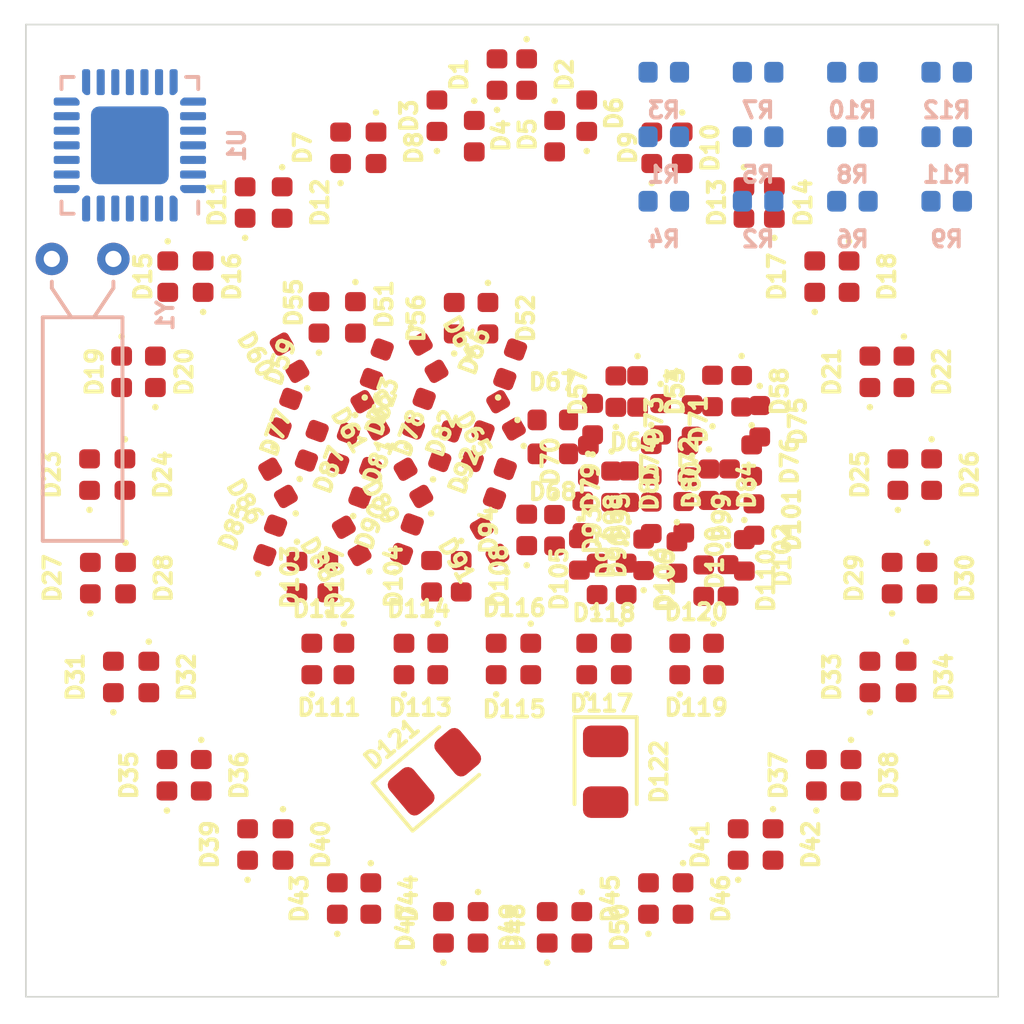
<source format=kicad_pcb>
(kicad_pcb (version 20171130) (host pcbnew "(5.1.5)-3")
  (layers (0 F.Cu signal) (31 B.Cu signal) (34 B.Paste user hide) (35 F.Paste user hide) (36 B.SilkS user) (37 F.SilkS user) (38 B.Mask user) (39 F.Mask user hide) (44 Edge.Cuts user))
  (net 0 "")
  (net 1 DBUS_01)
  (net 2 DBUS_02)
  (net 3 DBUS_03)
  (net 4 DBUS_04)
  (net 5 DBUS_05)
  (net 6 DBUS_06)
  (net 7 DBUS_07)
  (net 8 DBUS_08)
  (net 9 DBUS_09)
  (net 10 DBUS_10)
  (net 11 DBUS_11)
  (net 12 DBUS_12)
  (net 13 UART_TXD)
  (net 14 UART_RXD)
  (net 15 ~RESET)
  (net 16 I2C_SCL)
  (net 17 I2C_SDA)
  (net 18 "Net-(U1-Pad22)")
  (net 19 "Net-(U1-Pad21)")
  (net 20 "Net-(U1-Pad20)")
  (net 21 "Net-(U1-Pad19)")
  (net 22 GND)
  (net 23 "Net-(U1-Pad17)")
  (net 24 "Net-(U1-Pad16)")
  (net 25 "Net-(U1-Pad6)")
  (net 26 "Net-(U1-Pad5)")
  (net 27 "Net-(U1-Pad3)")
  (net 28 /PB0)
  (net 29 /PB1)
  (net 30 /PB2)
  (net 31 /PB3)
  (net 32 /PB4)
  (net 33 /PB5)
  (net 34 /PD2)
  (net 35 /PD3)
  (net 36 /PD4)
  (net 37 /PD5)
  (net 38 /PD6)
  (net 39 /PD7)
  (module LED_SMD:LED_0402_1005Metric (layer F.Cu) (at 60.9092 128.8034 270)
    (fp_text reference D8 (at 0 -1.17 90) (layer F.SilkS) (effects (font (size 0.5 0.5))))
    (fp_text value GREEN)
    (pad 2 smd roundrect (at 0.485 0 270) (size 0.59 0.64) (layers F.Cu F.Paste F.Mask) (net 3 DBUS_03))
    (pad 1 smd roundrect (at -0.485 0 270) (size 0.59 0.64) (layers F.Cu F.Paste F.Mask) (net 6 DBUS_06))
  )
  (module LED_SMD:LED_0402_1005Metric (layer F.Cu) (at 67.4116 127.8128 90)
    (fp_text reference D6 (at 0.0762 0.8382 90) (layer F.SilkS) (effects (font (size 0.5 0.5))))
    (fp_text value GREEN)
    (pad 2 smd roundrect (at 0.485 0 90) (size 0.59 0.64) (layers F.Cu F.Paste F.Mask) (net 1 DBUS_01))
    (pad 1 smd roundrect (at -0.485 0 90) (size 0.59 0.64) (layers F.Cu F.Paste F.Mask) (net 3 DBUS_03))
  )
  (module LED_SMD:LED_0402_1005Metric (layer F.Cu) (at 63.9416 128.4444 270)
    (fp_text reference D4 (at -0.022 -0.8284 90) (layer F.SilkS) (effects (font (size 0.5 0.5))))
    (fp_text value GREEN)
    (pad 2 smd roundrect (at 0.485 0 270) (size 0.59 0.64) (layers F.Cu F.Paste F.Mask) (net 3 DBUS_03))
    (pad 1 smd roundrect (at -0.485 0 270) (size 0.59 0.64) (layers F.Cu F.Paste F.Mask) (net 7 DBUS_07))
  )
  (module LED_SMD:LED_0402_1005Metric (layer F.Cu) (at 70.358 128.8034 270)
    (fp_text reference D10 (at 0 -0.8636 270) (layer F.SilkS) (effects (font (size 0.5 0.5))))
    (fp_text value GREEN)
    (pad 2 smd roundrect (at 0.485 0 270) (size 0.59 0.64) (layers F.Cu F.Paste F.Mask) (net 1 DBUS_01))
    (pad 1 smd roundrect (at -0.485 0 270) (size 0.59 0.64) (layers F.Cu F.Paste F.Mask) (net 4 DBUS_04))
  )
  (module LED_SMD:LED_0402_1005Metric (layer F.Cu) (at 69.4182 128.8034 90)
    (fp_text reference D9 (at 0 -0.7366 90) (layer F.SilkS) (effects (font (size 0.5 0.5))))
    (fp_text value RED)
    (pad 2 smd roundrect (at 0.485 0 90) (size 0.59 0.64) (layers F.Cu F.Paste F.Mask) (net 4 DBUS_04))
    (pad 1 smd roundrect (at -0.485 0 90) (size 0.59 0.64) (layers F.Cu F.Paste F.Mask) (net 1 DBUS_01))
  )
  (module LED_SMD:LED_0402_1005Metric (layer F.Cu) (at 66.421 128.4444 270)
    (fp_text reference D5 (at -0.0508 0.8382 90) (layer F.SilkS) (effects (font (size 0.5 0.5))))
    (fp_text value RED)
    (pad 2 smd roundrect (at 0.485 0 270) (size 0.59 0.64) (layers F.Cu F.Paste F.Mask) (net 3 DBUS_03))
    (pad 1 smd roundrect (at -0.485 0 270) (size 0.59 0.64) (layers F.Cu F.Paste F.Mask) (net 1 DBUS_01))
  )
  (module LED_SMD:LED_0402_1005Metric (layer F.Cu) (at 56.8706 130.4922 90)
    (fp_text reference D11 (at 0 -0.8636 90) (layer F.SilkS) (effects (font (size 0.5 0.5))))
    (fp_text value RED)
    (pad 2 smd roundrect (at 0.485 0 90) (size 0.59 0.64) (layers F.Cu F.Paste F.Mask) (net 5 DBUS_05))
    (pad 1 smd roundrect (at -0.485 0 90) (size 0.59 0.64) (layers F.Cu F.Paste F.Mask) (net 3 DBUS_03))
  )
  (module LED_SMD:LED_0402_1005Metric (layer F.Cu) (at 59.817 128.8034 90)
    (fp_text reference D7 (at 0 -1.17 90) (layer F.SilkS) (effects (font (size 0.5 0.5))))
    (fp_text value RED)
    (pad 2 smd roundrect (at 0.485 0 90) (size 0.59 0.64) (layers F.Cu F.Paste F.Mask) (net 6 DBUS_06))
    (pad 1 smd roundrect (at -0.485 0 90) (size 0.59 0.64) (layers F.Cu F.Paste F.Mask) (net 3 DBUS_03))
  )
  (module LED_SMD:LED_0402_1005Metric (layer F.Cu) (at 73.2018 130.4922 90)
    (fp_text reference D14 (at 0 0.89 90) (layer F.SilkS) (effects (font (size 0.5 0.5))))
    (fp_text value GREEN)
    (pad 1 smd roundrect (at -0.485 0 90) (size 0.59 0.64) (layers F.Cu F.Paste F.Mask) (net 5 DBUS_05))
    (pad 2 smd roundrect (at 0.485 0 90) (size 0.59 0.64) (layers F.Cu F.Paste F.Mask) (net 1 DBUS_01))
  )
  (module LED_SMD:LED_0402_1005Metric (layer F.Cu) (at 72.263 130.4922 270)
    (fp_text reference D13 (at 0 0.8382 90) (layer F.SilkS) (effects (font (size 0.5 0.5))))
    (fp_text value RED)
    (pad 2 smd roundrect (at 0.485 0 270) (size 0.59 0.64) (layers F.Cu F.Paste F.Mask) (net 5 DBUS_05))
    (pad 1 smd roundrect (at -0.485 0 270) (size 0.59 0.64) (layers F.Cu F.Paste F.Mask) (net 1 DBUS_01))
  )
  (module LED_SMD:LED_0402_1005Metric (layer F.Cu) (at 58.0136 130.4922 270)
    (fp_text reference D12 (at 0 -1.17 90) (layer F.SilkS) (effects (font (size 0.5 0.5))))
    (fp_text value GREEN)
    (pad 2 smd roundrect (at 0.485 0 270) (size 0.59 0.64) (layers F.Cu F.Paste F.Mask) (net 3 DBUS_03))
    (pad 1 smd roundrect (at -0.485 0 270) (size 0.59 0.64) (layers F.Cu F.Paste F.Mask) (net 5 DBUS_05))
  )
  (module LED_SMD:LED_0402_1005Metric (layer F.Cu) (at 62.7888 127.8128 90)
    (fp_text reference D3 (at 0 -0.8636 90) (layer F.SilkS) (effects (font (size 0.5 0.5))))
    (fp_text value RED)
    (pad 2 smd roundrect (at 0.485 0 90) (size 0.59 0.64) (layers F.Cu F.Paste F.Mask) (net 7 DBUS_07))
    (pad 1 smd roundrect (at -0.485 0 90) (size 0.59 0.64) (layers F.Cu F.Paste F.Mask) (net 3 DBUS_03))
  )
  (module Crystal:Crystal_C26-LF_D2.1mm_L6.5mm_Horizontal (layer B.Cu) (at 52.8066 132.2324 180)
    (fp_text reference Y1 (at -1.6 -1.75 270) (layer B.SilkS) (effects (font (size 0.5 0.5)) (justify mirror)))
    (fp_text value 32.768kHz)
    (pad 2 thru_hole circle (at 1.9 0 180) (size 1 1) (drill 0.5) (layers *.Cu *.Mask) (net 25 "Net-(U1-Pad6)"))
    (pad 1 thru_hole circle (at 0 0 180) (size 1 1) (drill 0.5) (layers *.Cu *.Mask) (net 26 "Net-(U1-Pad5)"))
  )
  (module Package_DFN_QFN:QFN-28-1EP_4x4mm_P0.45mm_EP2.4x2.4mm (layer B.Cu) (at 53.3146 128.7272 90)
    (fp_text reference U1 (at 0 3.3 90) (layer B.SilkS) (effects (font (size 0.5 0.5)) (justify mirror)))
    (fp_text value ATmega328P-MMH)
    (pad 28 smd custom (at -1.35 1.95 90) (size 0.179289 0.179289) (layers B.Cu B.Paste B.Mask) (net 34 /PD2) (options (clearance outline) (anchor circle)) (primitives (gr_poly (pts (xy -0.0625 0.3375) (xy 0.0625 0.3375) (xy 0.0625 -0.3375) (xy 0.000888 -0.3375) (xy -0.0625 -0.274112)) (width 0.125))))
    (pad 27 smd roundrect (at -0.9 1.95 90) (size 0.25 0.8) (layers B.Cu B.Paste B.Mask) (net 13 UART_TXD))
    (pad 26 smd roundrect (at -0.45 1.95 90) (size 0.25 0.8) (layers B.Cu B.Paste B.Mask) (net 14 UART_RXD))
    (pad 25 smd roundrect (at 0 1.95 90) (size 0.25 0.8) (layers B.Cu B.Paste B.Mask) (net 15 ~RESET))
    (pad 24 smd roundrect (at 0.45 1.95 90) (size 0.25 0.8) (layers B.Cu B.Paste B.Mask) (net 16 I2C_SCL))
    (pad 23 smd roundrect (at 0.9 1.95 90) (size 0.25 0.8) (layers B.Cu B.Paste B.Mask) (net 17 I2C_SDA))
    (pad 22 smd custom (at 1.35 1.95 90) (size 0.179289 0.179289) (layers B.Cu B.Paste B.Mask) (net 18 "Net-(U1-Pad22)") (options (clearance outline) (anchor circle)) (primitives (gr_poly (pts (xy -0.0625 0.3375) (xy 0.0625 0.3375) (xy 0.0625 -0.274112) (xy -0.000888 -0.3375) (xy -0.0625 -0.3375)) (width 0.125))))
    (pad 21 smd custom (at 1.95 1.35 90) (size 0.179289 0.179289) (layers B.Cu B.Paste B.Mask) (net 19 "Net-(U1-Pad21)") (options (clearance outline) (anchor circle)) (primitives (gr_poly (pts (xy -0.3375 -0.000888) (xy -0.274112 0.0625) (xy 0.3375 0.0625) (xy 0.3375 -0.0625) (xy -0.3375 -0.0625)) (width 0.125))))
    (pad 20 smd roundrect (at 1.95 0.9 90) (size 0.8 0.25) (layers B.Cu B.Paste B.Mask) (net 20 "Net-(U1-Pad20)"))
    (pad 19 smd roundrect (at 1.95 0.45 90) (size 0.8 0.25) (layers B.Cu B.Paste B.Mask) (net 21 "Net-(U1-Pad19)"))
    (pad 18 smd roundrect (at 1.95 0 90) (size 0.8 0.25) (layers B.Cu B.Paste B.Mask) (net 22 GND))
    (pad 17 smd roundrect (at 1.95 -0.45 90) (size 0.8 0.25) (layers B.Cu B.Paste B.Mask) (net 23 "Net-(U1-Pad17)"))
    (pad 16 smd roundrect (at 1.95 -0.9 90) (size 0.8 0.25) (layers B.Cu B.Paste B.Mask) (net 24 "Net-(U1-Pad16)"))
    (pad 15 smd custom (at 1.95 -1.35 90) (size 0.179289 0.179289) (layers B.Cu B.Paste B.Mask) (net 33 /PB5) (options (clearance outline) (anchor circle)) (primitives (gr_poly (pts (xy -0.3375 0.0625) (xy 0.3375 0.0625) (xy 0.3375 -0.0625) (xy -0.274112 -0.0625) (xy -0.3375 0.000888)) (width 0.125))))
    (pad 14 smd custom (at 1.35 -1.95 90) (size 0.179289 0.179289) (layers B.Cu B.Paste B.Mask) (net 32 /PB4) (options (clearance outline) (anchor circle)) (primitives (gr_poly (pts (xy -0.0625 0.3375) (xy -0.000888 0.3375) (xy 0.0625 0.274112) (xy 0.0625 -0.3375) (xy -0.0625 -0.3375)) (width 0.125))))
    (pad 13 smd roundrect (at 0.9 -1.95 90) (size 0.25 0.8) (layers B.Cu B.Paste B.Mask) (net 31 /PB3))
    (pad 12 smd roundrect (at 0.45 -1.95 90) (size 0.25 0.8) (layers B.Cu B.Paste B.Mask) (net 30 /PB2))
    (pad 11 smd roundrect (at 0 -1.95 90) (size 0.25 0.8) (layers B.Cu B.Paste B.Mask) (net 29 /PB1))
    (pad 10 smd roundrect (at -0.45 -1.95 90) (size 0.25 0.8) (layers B.Cu B.Paste B.Mask) (net 28 /PB0))
    (pad 9 smd roundrect (at -0.9 -1.95 90) (size 0.25 0.8) (layers B.Cu B.Paste B.Mask) (net 39 /PD7))
    (pad 8 smd custom (at -1.35 -1.95 90) (size 0.179289 0.179289) (layers B.Cu B.Paste B.Mask) (net 38 /PD6) (options (clearance outline) (anchor circle)) (primitives (gr_poly (pts (xy -0.0625 0.274112) (xy 0.000888 0.3375) (xy 0.0625 0.3375) (xy 0.0625 -0.3375) (xy -0.0625 -0.3375)) (width 0.125))))
    (pad 7 smd custom (at -1.95 -1.35 90) (size 0.179289 0.179289) (layers B.Cu B.Paste B.Mask) (net 37 /PD5) (options (clearance outline) (anchor circle)) (primitives (gr_poly (pts (xy -0.3375 0.0625) (xy 0.3375 0.0625) (xy 0.3375 0.000888) (xy 0.274112 -0.0625) (xy -0.3375 -0.0625)) (width 0.125))))
    (pad 6 smd roundrect (at -1.95 -0.9 90) (size 0.8 0.25) (layers B.Cu B.Paste B.Mask) (net 25 "Net-(U1-Pad6)"))
    (pad 5 smd roundrect (at -1.95 -0.45 90) (size 0.8 0.25) (layers B.Cu B.Paste B.Mask) (net 26 "Net-(U1-Pad5)"))
    (pad 4 smd roundrect (at -1.95 0 90) (size 0.8 0.25) (layers B.Cu B.Paste B.Mask) (net 22 GND))
    (pad 3 smd roundrect (at -1.95 0.45 90) (size 0.8 0.25) (layers B.Cu B.Paste B.Mask) (net 27 "Net-(U1-Pad3)"))
    (pad 2 smd roundrect (at -1.95 0.9 90) (size 0.8 0.25) (layers B.Cu B.Paste B.Mask) (net 36 /PD4))
    (pad 1 smd custom (at -1.95 1.35 90) (size 0.179289 0.179289) (layers B.Cu B.Paste B.Mask) (net 35 /PD3) (options (clearance outline) (anchor circle)) (primitives (gr_poly (pts (xy -0.3375 0.0625) (xy 0.274112 0.0625) (xy 0.3375 -0.000888) (xy 0.3375 -0.0625) (xy -0.3375 -0.0625)) (width 0.125))))
    (pad 29 smd roundrect (at 0 0 90) (size 2.4 2.4) (layers B.Cu B.Mask) (roundrect_rratio 0.104167) (net 22 GND))
  )
  (module Resistor_SMD:R_0402_1005Metric (layer B.Cu) (at 78.5198 126.4718)
    (fp_text reference R12 (at 0 1.17) (layer B.SilkS) (effects (font (size 0.5 0.5)) (justify mirror)))
    (fp_text value 100R)
    (pad 2 smd roundrect (at 0.485 0) (size 0.59 0.64) (layers B.Cu B.Paste B.Mask) (net 39 /PD7))
    (pad 1 smd roundrect (at -0.485 0) (size 0.59 0.64) (layers B.Cu B.Paste B.Mask) (net 12 DBUS_12))
  )
  (module Resistor_SMD:R_0402_1005Metric (layer B.Cu) (at 78.5198 128.4618)
    (fp_text reference R11 (at 0 1.17) (layer B.SilkS) (effects (font (size 0.5 0.5)) (justify mirror)))
    (fp_text value 100R)
    (pad 2 smd roundrect (at 0.485 0) (size 0.59 0.64) (layers B.Cu B.Paste B.Mask) (net 38 /PD6))
    (pad 1 smd roundrect (at -0.485 0) (size 0.59 0.64) (layers B.Cu B.Paste B.Mask) (net 11 DBUS_11))
  )
  (module Resistor_SMD:R_0402_1005Metric (layer B.Cu) (at 75.6098 126.4718)
    (fp_text reference R10 (at 0 1.17) (layer B.SilkS) (effects (font (size 0.5 0.5)) (justify mirror)))
    (fp_text value 100R)
    (pad 2 smd roundrect (at 0.485 0) (size 0.59 0.64) (layers B.Cu B.Paste B.Mask) (net 37 /PD5))
    (pad 1 smd roundrect (at -0.485 0) (size 0.59 0.64) (layers B.Cu B.Paste B.Mask) (net 10 DBUS_10))
  )
  (module Resistor_SMD:R_0402_1005Metric (layer B.Cu) (at 78.5198 130.4518)
    (fp_text reference R9 (at 0 1.17) (layer B.SilkS) (effects (font (size 0.5 0.5)) (justify mirror)))
    (fp_text value 100R)
    (pad 2 smd roundrect (at 0.485 0) (size 0.59 0.64) (layers B.Cu B.Paste B.Mask) (net 36 /PD4))
    (pad 1 smd roundrect (at -0.485 0) (size 0.59 0.64) (layers B.Cu B.Paste B.Mask) (net 9 DBUS_09))
  )
  (module Resistor_SMD:R_0402_1005Metric (layer B.Cu) (at 75.6098 128.4618)
    (fp_text reference R8 (at 0 1.17) (layer B.SilkS) (effects (font (size 0.5 0.5)) (justify mirror)))
    (fp_text value 100R)
    (pad 2 smd roundrect (at 0.485 0) (size 0.59 0.64) (layers B.Cu B.Paste B.Mask) (net 35 /PD3))
    (pad 1 smd roundrect (at -0.485 0) (size 0.59 0.64) (layers B.Cu B.Paste B.Mask) (net 8 DBUS_08))
  )
  (module Resistor_SMD:R_0402_1005Metric (layer B.Cu) (at 72.6998 126.4718)
    (fp_text reference R7 (at 0 1.17) (layer B.SilkS) (effects (font (size 0.5 0.5)) (justify mirror)))
    (fp_text value 100R)
    (pad 2 smd roundrect (at 0.485 0) (size 0.59 0.64) (layers B.Cu B.Paste B.Mask) (net 34 /PD2))
    (pad 1 smd roundrect (at -0.485 0) (size 0.59 0.64) (layers B.Cu B.Paste B.Mask) (net 7 DBUS_07))
  )
  (module Resistor_SMD:R_0402_1005Metric (layer B.Cu) (at 75.6098 130.4518)
    (fp_text reference R6 (at 0 1.17) (layer B.SilkS) (effects (font (size 0.5 0.5)) (justify mirror)))
    (fp_text value 100R)
    (pad 2 smd roundrect (at 0.485 0) (size 0.59 0.64) (layers B.Cu B.Paste B.Mask) (net 33 /PB5))
    (pad 1 smd roundrect (at -0.485 0) (size 0.59 0.64) (layers B.Cu B.Paste B.Mask) (net 6 DBUS_06))
  )
  (module Resistor_SMD:R_0402_1005Metric (layer B.Cu) (at 72.6998 128.4618)
    (fp_text reference R5 (at 0 1.17) (layer B.SilkS) (effects (font (size 0.5 0.5)) (justify mirror)))
    (fp_text value 100R)
    (pad 2 smd roundrect (at 0.485 0) (size 0.59 0.64) (layers B.Cu B.Paste B.Mask) (net 32 /PB4))
    (pad 1 smd roundrect (at -0.485 0) (size 0.59 0.64) (layers B.Cu B.Paste B.Mask) (net 5 DBUS_05))
  )
  (module Resistor_SMD:R_0402_1005Metric (layer B.Cu) (at 69.7898 130.4518)
    (fp_text reference R4 (at 0 1.17) (layer B.SilkS) (effects (font (size 0.5 0.5)) (justify mirror)))
    (fp_text value 100R)
    (pad 2 smd roundrect (at 0.485 0) (size 0.59 0.64) (layers B.Cu B.Paste B.Mask) (net 31 /PB3))
    (pad 1 smd roundrect (at -0.485 0) (size 0.59 0.64) (layers B.Cu B.Paste B.Mask) (net 4 DBUS_04))
  )
  (module Resistor_SMD:R_0402_1005Metric (layer B.Cu) (at 69.7898 126.4718)
    (fp_text reference R3 (at 0 1.17) (layer B.SilkS) (effects (font (size 0.5 0.5)) (justify mirror)))
    (fp_text value 100R)
    (pad 2 smd roundrect (at 0.485 0) (size 0.59 0.64) (layers B.Cu B.Paste B.Mask) (net 30 /PB2))
    (pad 1 smd roundrect (at -0.485 0) (size 0.59 0.64) (layers B.Cu B.Paste B.Mask) (net 3 DBUS_03))
  )
  (module Resistor_SMD:R_0402_1005Metric (layer B.Cu) (at 72.6998 130.4518)
    (fp_text reference R2 (at 0 1.17) (layer B.SilkS) (effects (font (size 0.5 0.5)) (justify mirror)))
    (fp_text value 100R)
    (pad 2 smd roundrect (at 0.485 0) (size 0.59 0.64) (layers B.Cu B.Paste B.Mask) (net 29 /PB1))
    (pad 1 smd roundrect (at -0.485 0) (size 0.59 0.64) (layers B.Cu B.Paste B.Mask) (net 2 DBUS_02))
  )
  (module Resistor_SMD:R_0402_1005Metric (layer B.Cu) (at 69.7898 128.4618)
    (fp_text reference R1 (at 0 1.17) (layer B.SilkS) (effects (font (size 0.5 0.5)) (justify mirror)))
    (fp_text value 100R)
    (pad 2 smd roundrect (at 0.485 0) (size 0.59 0.64) (layers B.Cu B.Paste B.Mask) (net 28 /PB0))
    (pad 1 smd roundrect (at -0.485 0) (size 0.59 0.64) (layers B.Cu B.Paste B.Mask) (net 1 DBUS_01))
  )
  (module LED_SMD:LED_0805_2012Metric (layer F.Cu) (at 67.9958 148.0566 270)
    (fp_text reference D122 (at 0 -1.65 90) (layer F.SilkS) (effects (font (size 0.5 0.5))))
    (fp_text value GREEN)
    (pad 2 smd roundrect (at 0.9375 0 270) (size 0.975 1.4) (layers F.Cu F.Paste F.Mask) (net 8 DBUS_08))
    (pad 1 smd roundrect (at -0.9375 0 270) (size 0.975 1.4) (layers F.Cu F.Paste F.Mask) (net 12 DBUS_12))
  )
  (module LED_SMD:LED_0805_2012Metric (layer F.Cu) (at 62.7126 148.0566 40)
    (fp_text reference D121 (at -0.45668 -1.51055 40) (layer F.SilkS) (effects (font (size 0.5 0.5))))
    (fp_text value RED)
    (pad 2 smd roundrect (at 0.9375 0 40) (size 0.975 1.4) (layers F.Cu F.Paste F.Mask) (net 12 DBUS_12))
    (pad 1 smd roundrect (at -0.9375 0 40) (size 0.975 1.4) (layers F.Cu F.Paste F.Mask) (net 8 DBUS_08))
  )
  (module LED_SMD:LED_0402_1005Metric (layer F.Cu) (at 71.3232 144.5768 270)
    (fp_text reference D120 (at -1.4478 0.5334 180) (layer F.SilkS) (effects (font (size 0.5 0.5))))
    (fp_text value GREEN)
    (pad 2 smd roundrect (at 0.485 0 270) (size 0.59 0.64) (layers F.Cu F.Paste F.Mask) (net 8 DBUS_08))
    (pad 1 smd roundrect (at -0.485 0 270) (size 0.59 0.64) (layers F.Cu F.Paste F.Mask) (net 11 DBUS_11))
  )
  (module LED_SMD:LED_0402_1005Metric (layer F.Cu) (at 70.2818 144.5768 90)
    (fp_text reference D119 (at -1.4986 0.508 180) (layer F.SilkS) (effects (font (size 0.5 0.5))))
    (fp_text value RED)
    (pad 2 smd roundrect (at 0.485 0 90) (size 0.59 0.64) (layers F.Cu F.Paste F.Mask) (net 11 DBUS_11))
    (pad 1 smd roundrect (at -0.485 0 90) (size 0.59 0.64) (layers F.Cu F.Paste F.Mask) (net 8 DBUS_08))
  )
  (module LED_SMD:LED_0402_1005Metric (layer F.Cu) (at 68.4784 144.5768 270)
    (fp_text reference D118 (at -1.4224 0.5334 180) (layer F.SilkS) (effects (font (size 0.5 0.5))))
    (fp_text value GREEN)
    (pad 2 smd roundrect (at 0.485 0 270) (size 0.59 0.64) (layers F.Cu F.Paste F.Mask) (net 8 DBUS_08))
    (pad 1 smd roundrect (at -0.485 0 270) (size 0.59 0.64) (layers F.Cu F.Paste F.Mask) (net 10 DBUS_10))
  )
  (module LED_SMD:LED_0402_1005Metric (layer F.Cu) (at 67.4116 144.5768 90)
    (fp_text reference D117 (at -1.3716 0.4572) (layer F.SilkS) (effects (font (size 0.5 0.5))))
    (fp_text value RED)
    (pad 2 smd roundrect (at 0.485 0 90) (size 0.59 0.64) (layers F.Cu F.Paste F.Mask) (net 10 DBUS_10))
    (pad 1 smd roundrect (at -0.485 0 90) (size 0.59 0.64) (layers F.Cu F.Paste F.Mask) (net 8 DBUS_08))
  )
  (module LED_SMD:LED_0402_1005Metric (layer F.Cu) (at 65.6844 144.5768 270)
    (fp_text reference D116 (at -1.5748 0.508) (layer F.SilkS) (effects (font (size 0.5 0.5))))
    (fp_text value GREEN)
    (pad 1 smd roundrect (at -0.485 0 270) (size 0.59 0.64) (layers F.Cu F.Paste F.Mask) (net 9 DBUS_09))
    (pad 2 smd roundrect (at 0.485 0 270) (size 0.59 0.64) (layers F.Cu F.Paste F.Mask) (net 8 DBUS_08))
  )
  (module LED_SMD:LED_0402_1005Metric (layer F.Cu) (at 64.6176 144.5768 90)
    (fp_text reference D115 (at -1.5494 0.5588) (layer F.SilkS) (effects (font (size 0.5 0.5))))
    (fp_text value RED)
    (pad 1 smd roundrect (at -0.485 0 90) (size 0.59 0.64) (layers F.Cu F.Paste F.Mask) (net 8 DBUS_08))
    (pad 2 smd roundrect (at 0.485 0 90) (size 0.59 0.64) (layers F.Cu F.Paste F.Mask) (net 9 DBUS_09))
  )
  (module LED_SMD:LED_0402_1005Metric (layer F.Cu) (at 62.8142 144.5768 270)
    (fp_text reference D114 (at -1.5464 0.5842) (layer F.SilkS) (effects (font (size 0.5 0.5))))
    (fp_text value GREEN)
    (pad 2 smd roundrect (at 0.485 0 270) (size 0.59 0.64) (layers F.Cu F.Paste F.Mask) (net 7 DBUS_07))
    (pad 1 smd roundrect (at -0.485 0 270) (size 0.59 0.64) (layers F.Cu F.Paste F.Mask) (net 12 DBUS_12))
  )
  (module LED_SMD:LED_0402_1005Metric (layer F.Cu) (at 61.7728 144.5768 90)
    (fp_text reference D113 (at -1.4986 0.508 180) (layer F.SilkS) (effects (font (size 0.5 0.5))))
    (fp_text value RED)
    (pad 2 smd roundrect (at 0.485 0 90) (size 0.59 0.64) (layers F.Cu F.Paste F.Mask) (net 12 DBUS_12))
    (pad 1 smd roundrect (at -0.485 0 90) (size 0.59 0.64) (layers F.Cu F.Paste F.Mask) (net 7 DBUS_07))
  )
  (module LED_SMD:LED_0402_1005Metric (layer F.Cu) (at 59.9186 144.5768 270)
    (fp_text reference D112 (at -1.5464 0.6096 180) (layer F.SilkS) (effects (font (size 0.5 0.5))))
    (fp_text value GREEN)
    (pad 2 smd roundrect (at 0.485 0 270) (size 0.59 0.64) (layers F.Cu F.Paste F.Mask) (net 7 DBUS_07))
    (pad 1 smd roundrect (at -0.485 0 270) (size 0.59 0.64) (layers F.Cu F.Paste F.Mask) (net 11 DBUS_11))
  )
  (module LED_SMD:LED_0402_1005Metric (layer F.Cu) (at 58.928 144.5768 90)
    (fp_text reference D111 (at -1.4986 0.5334) (layer F.SilkS) (effects (font (size 0.5 0.5))))
    (fp_text value RED)
    (pad 2 smd roundrect (at 0.485 0 90) (size 0.59 0.64) (layers F.Cu F.Paste F.Mask) (net 11 DBUS_11))
    (pad 1 smd roundrect (at -0.485 0 90) (size 0.59 0.64) (layers F.Cu F.Paste F.Mask) (net 7 DBUS_07))
  )
  (module LED_SMD:LED_0402_1005Metric (layer F.Cu) (at 71.77278 142.1511 270)
    (fp_text reference D110 (at 0 -1.17 90) (layer F.SilkS) (effects (font (size 0.5 0.5))))
    (fp_text value RED)
    (pad 2 smd roundrect (at 0.485 0 270) (size 0.59 0.64) (layers F.Cu F.Paste F.Mask) (net 12 DBUS_12))
    (pad 1 smd roundrect (at -0.485 0 270) (size 0.59 0.64) (layers F.Cu F.Paste F.Mask) (net 6 DBUS_06))
  )
  (module LED_SMD:LED_0402_1005Metric (layer F.Cu) (at 68.62826 142.10538 270)
    (fp_text reference D109 (at 0 -1.17 90) (layer F.SilkS) (effects (font (size 0.5 0.5))))
    (fp_text value RED)
    (pad 2 smd roundrect (at 0.485 0 270) (size 0.59 0.64) (layers F.Cu F.Paste F.Mask) (net 12 DBUS_12))
    (pad 1 smd roundrect (at -0.485 0 270) (size 0.59 0.64) (layers F.Cu F.Paste F.Mask) (net 5 DBUS_05))
  )
  (module LED_SMD:LED_0402_1005Metric (layer F.Cu) (at 63.5381 142.0241 270)
    (fp_text reference D108 (at 0 -1.17 90) (layer F.SilkS) (effects (font (size 0.5 0.5))))
    (fp_text value RED)
    (pad 2 smd roundrect (at 0.485 0 270) (size 0.59 0.64) (layers F.Cu F.Paste F.Mask) (net 10 DBUS_10))
    (pad 1 smd roundrect (at -0.485 0 270) (size 0.59 0.64) (layers F.Cu F.Paste F.Mask) (net 4 DBUS_04))
  )
  (module LED_SMD:LED_0402_1005Metric (layer F.Cu) (at 58.4708 142.0495 270)
    (fp_text reference D107 (at 0 -1.17 90) (layer F.SilkS) (effects (font (size 0.5 0.5))))
    (fp_text value RED)
    (pad 2 smd roundrect (at 0.485 0 270) (size 0.59 0.64) (layers F.Cu F.Paste F.Mask) (net 11 DBUS_11))
    (pad 1 smd roundrect (at -0.485 0 270) (size 0.59 0.64) (layers F.Cu F.Paste F.Mask) (net 3 DBUS_03))
  )
  (module LED_SMD:LED_0402_1005Metric (layer F.Cu) (at 71.02094 142.15872 90)
    (fp_text reference D106 (at 0 -1.17 90) (layer F.SilkS) (effects (font (size 0.5 0.5))))
    (fp_text value GREEN)
    (pad 2 smd roundrect (at 0.485 0 90) (size 0.59 0.64) (layers F.Cu F.Paste F.Mask) (net 6 DBUS_06))
    (pad 1 smd roundrect (at -0.485 0 90) (size 0.59 0.64) (layers F.Cu F.Paste F.Mask) (net 12 DBUS_12))
  )
  (module LED_SMD:LED_0402_1005Metric (layer F.Cu) (at 67.73164 142.10538 90)
    (fp_text reference D105 (at 0 -1.17 90) (layer F.SilkS) (effects (font (size 0.5 0.5))))
    (fp_text value GREEN)
    (pad 2 smd roundrect (at 0.485 0 90) (size 0.59 0.64) (layers F.Cu F.Paste F.Mask) (net 5 DBUS_05))
    (pad 1 smd roundrect (at -0.485 0 90) (size 0.59 0.64) (layers F.Cu F.Paste F.Mask) (net 12 DBUS_12))
  )
  (module LED_SMD:LED_0402_1005Metric (layer F.Cu) (at 62.6237 142.0241 90)
    (fp_text reference D104 (at 0 -1.17 90) (layer F.SilkS) (effects (font (size 0.5 0.5))))
    (fp_text value GREEN)
    (pad 2 smd roundrect (at 0.485 0 90) (size 0.59 0.64) (layers F.Cu F.Paste F.Mask) (net 4 DBUS_04))
    (pad 1 smd roundrect (at -0.485 0 90) (size 0.59 0.64) (layers F.Cu F.Paste F.Mask) (net 10 DBUS_10))
  )
  (module LED_SMD:LED_0402_1005Metric (layer F.Cu) (at 59.4233 142.0495 90)
    (fp_text reference D103 (at 0 -1.17 90) (layer F.SilkS) (effects (font (size 0.5 0.5))))
    (fp_text value GREEN)
    (pad 2 smd roundrect (at 0.485 0 90) (size 0.59 0.64) (layers F.Cu F.Paste F.Mask) (net 3 DBUS_03))
    (pad 1 smd roundrect (at -0.485 0 90) (size 0.59 0.64) (layers F.Cu F.Paste F.Mask) (net 11 DBUS_11))
  )
  (module LED_SMD:LED_0402_1005Metric (layer F.Cu) (at 72.2757 141.37894 270)
    (fp_text reference D102 (at 0 -1.17 90) (layer F.SilkS) (effects (font (size 0.5 0.5))))
    (fp_text value GREEN)
    (pad 2 smd roundrect (at 0.485 0 270) (size 0.59 0.64) (layers F.Cu F.Paste F.Mask) (net 6 DBUS_06))
    (pad 1 smd roundrect (at -0.485 0 270) (size 0.59 0.64) (layers F.Cu F.Paste F.Mask) (net 11 DBUS_11))
  )
  (module LED_SMD:LED_0402_1005Metric (layer F.Cu) (at 72.57034 140.27404 270)
    (fp_text reference D101 (at 0 -1.17 90) (layer F.SilkS) (effects (font (size 0.5 0.5))))
    (fp_text value RED)
    (pad 2 smd roundrect (at 0.485 0 270) (size 0.59 0.64) (layers F.Cu F.Paste F.Mask) (net 11 DBUS_11))
    (pad 1 smd roundrect (at -0.485 0 270) (size 0.59 0.64) (layers F.Cu F.Paste F.Mask) (net 6 DBUS_06))
  )
  (module LED_SMD:LED_0402_1005Metric (layer F.Cu) (at 70.19544 141.44498 270)
    (fp_text reference D100 (at 0 -1.17 90) (layer F.SilkS) (effects (font (size 0.5 0.5))))
    (fp_text value GREEN)
    (pad 2 smd roundrect (at 0.485 0 270) (size 0.59 0.64) (layers F.Cu F.Paste F.Mask) (net 7 DBUS_07))
    (pad 1 smd roundrect (at -0.485 0 270) (size 0.59 0.64) (layers F.Cu F.Paste F.Mask) (net 8 DBUS_08))
  )
  (module LED_SMD:LED_0402_1005Metric (layer F.Cu) (at 70.40626 140.20292 270)
    (fp_text reference D99 (at 0 -1.17 90) (layer F.SilkS) (effects (font (size 0.5 0.5))))
    (fp_text value RED)
    (pad 2 smd roundrect (at 0.485 0 270) (size 0.59 0.64) (layers F.Cu F.Paste F.Mask) (net 8 DBUS_08))
    (pad 1 smd roundrect (at -0.485 0 270) (size 0.59 0.64) (layers F.Cu F.Paste F.Mask) (net 7 DBUS_07))
  )
  (module LED_SMD:LED_0402_1005Metric (layer F.Cu) (at 69.40296 140.2207 90)
    (fp_text reference D98 (at 0 -1.17 90) (layer F.SilkS) (effects (font (size 0.5 0.5))))
    (fp_text value GREEN)
    (pad 2 smd roundrect (at 0.485 0 90) (size 0.59 0.64) (layers F.Cu F.Paste F.Mask) (net 5 DBUS_05))
    (pad 1 smd roundrect (at -0.485 0 90) (size 0.59 0.64) (layers F.Cu F.Paste F.Mask) (net 11 DBUS_11))
  )
  (module LED_SMD:LED_0402_1005Metric (layer F.Cu) (at 69.16928 141.36356 90)
    (fp_text reference D97 (at 0 -1.17 90) (layer F.SilkS) (effects (font (size 0.5 0.5))))
    (fp_text value RED)
    (pad 2 smd roundrect (at 0.485 0 90) (size 0.59 0.64) (layers F.Cu F.Paste F.Mask) (net 11 DBUS_11))
    (pad 1 smd roundrect (at -0.485 0 90) (size 0.59 0.64) (layers F.Cu F.Paste F.Mask) (net 5 DBUS_05))
  )
  (module LED_SMD:LED_0402_1005Metric (layer F.Cu) (at 67.18554 141.34846 270)
    (fp_text reference D96 (at 0 -1.17 90) (layer F.SilkS) (effects (font (size 0.5 0.5))))
    (fp_text value GREEN)
    (pad 2 smd roundrect (at 0.485 0 270) (size 0.59 0.64) (layers F.Cu F.Paste F.Mask) (net 5 DBUS_05))
    (pad 1 smd roundrect (at -0.485 0 270) (size 0.59 0.64) (layers F.Cu F.Paste F.Mask) (net 12 DBUS_12))
  )
  (module LED_SMD:LED_0402_1005Metric (layer F.Cu) (at 67.29222 140.19276 270)
    (fp_text reference D95 (at 0 -1.17 90) (layer F.SilkS) (effects (font (size 0.5 0.5))))
    (fp_text value RED)
    (pad 2 smd roundrect (at 0.485 0 270) (size 0.59 0.64) (layers F.Cu F.Paste F.Mask) (net 12 DBUS_12))
    (pad 1 smd roundrect (at -0.485 0 270) (size 0.59 0.64) (layers F.Cu F.Paste F.Mask) (net 5 DBUS_05))
  )
  (module LED_SMD:LED_0402_1005Metric (layer F.Cu) (at 65.55994 140.59408 90)
    (fp_text reference D94 (at 0 -1.17 90) (layer F.SilkS) (effects (font (size 0.5 0.5))))
    (fp_text value GREEN)
    (pad 2 smd roundrect (at 0.485 0 90) (size 0.59 0.64) (layers F.Cu F.Paste F.Mask) (net 5 DBUS_05))
    (pad 1 smd roundrect (at -0.485 0 90) (size 0.59 0.64) (layers F.Cu F.Paste F.Mask) (net 8 DBUS_08))
  )
  (module LED_SMD:LED_0402_1005Metric (layer F.Cu) (at 66.41846 140.60424 270)
    (fp_text reference D93 (at 0 -1.17 90) (layer F.SilkS) (effects (font (size 0.5 0.5))))
    (fp_text value RED)
    (pad 1 smd roundrect (at -0.485 0 270) (size 0.59 0.64) (layers F.Cu F.Paste F.Mask) (net 5 DBUS_05))
    (pad 2 smd roundrect (at 0.485 0 270) (size 0.59 0.64) (layers F.Cu F.Paste F.Mask) (net 8 DBUS_08))
  )
  (module LED_SMD:LED_0402_1005Metric (layer F.Cu) (at 64.7319 139.1666 70)
    (fp_text reference D92 (at 0 -1.17 70) (layer F.SilkS) (effects (font (size 0.5 0.5))))
    (fp_text value GREEN)
    (pad 2 smd roundrect (at 0.485 0 70) (size 0.59 0.64) (layers F.Cu F.Paste F.Mask) (net 4 DBUS_04))
    (pad 1 smd roundrect (at -0.485 0 70) (size 0.59 0.64) (layers F.Cu F.Paste F.Mask) (net 9 DBUS_09))
  )
  (module LED_SMD:LED_0402_1005Metric (layer F.Cu) (at 64.4144 140.9573 120)
    (fp_text reference D91 (at 0 -1.17 120) (layer F.SilkS) (effects (font (size 0.5 0.5))))
    (fp_text value RED)
    (pad 2 smd roundrect (at 0.485 0 120) (size 0.59 0.64) (layers F.Cu F.Paste F.Mask) (net 9 DBUS_09))
    (pad 1 smd roundrect (at -0.485 0 120) (size 0.59 0.64) (layers F.Cu F.Paste F.Mask) (net 4 DBUS_04))
  )
  (module LED_SMD:LED_0402_1005Metric (layer F.Cu) (at 61.8617 140.8811 70)
    (fp_text reference D90 (at 0 -1.17 70) (layer F.SilkS) (effects (font (size 0.5 0.5))))
    (fp_text value GREEN)
    (pad 2 smd roundrect (at 0.485 0 70) (size 0.59 0.64) (layers F.Cu F.Paste F.Mask) (net 4 DBUS_04))
    (pad 1 smd roundrect (at -0.485 0 70) (size 0.59 0.64) (layers F.Cu F.Paste F.Mask) (net 11 DBUS_11))
  )
  (module LED_SMD:LED_0402_1005Metric (layer F.Cu) (at 62.0649 139.1412 120)
    (fp_text reference D89 (at 0 -1.17 120) (layer F.SilkS) (effects (font (size 0.5 0.5))))
    (fp_text value RED)
    (pad 2 smd roundrect (at 0.485 0 120) (size 0.59 0.64) (layers F.Cu F.Paste F.Mask) (net 11 DBUS_11))
    (pad 1 smd roundrect (at -0.485 0 120) (size 0.59 0.64) (layers F.Cu F.Paste F.Mask) (net 4 DBUS_04))
  )
  (module LED_SMD:LED_0402_1005Metric (layer F.Cu) (at 60.1599 140.9319 120)
    (fp_text reference D88 (at 0 -1.17 120) (layer F.SilkS) (effects (font (size 0.5 0.5))))
    (fp_text value GREEN)
    (pad 2 smd roundrect (at 0.485 0 120) (size 0.59 0.64) (layers F.Cu F.Paste F.Mask) (net 3 DBUS_03))
    (pad 1 smd roundrect (at -0.485 0 120) (size 0.59 0.64) (layers F.Cu F.Paste F.Mask) (net 10 DBUS_10))
  )
  (module LED_SMD:LED_0402_1005Metric (layer F.Cu) (at 60.579 139.1412 70)
    (fp_text reference D87 (at 0 -1.17 70) (layer F.SilkS) (effects (font (size 0.5 0.5))))
    (fp_text value RED)
    (pad 2 smd roundrect (at 0.485 0 70) (size 0.59 0.64) (layers F.Cu F.Paste F.Mask) (net 10 DBUS_10))
    (pad 1 smd roundrect (at -0.485 0 70) (size 0.59 0.64) (layers F.Cu F.Paste F.Mask) (net 3 DBUS_03))
  )
  (module LED_SMD:LED_0402_1005Metric (layer F.Cu) (at 57.8866 139.1412 120)
    (fp_text reference D86 (at 0 -1.17 120) (layer F.SilkS) (effects (font (size 0.5 0.5))))
    (fp_text value GREEN)
    (pad 2 smd roundrect (at 0.485 0 120) (size 0.59 0.64) (layers F.Cu F.Paste F.Mask) (net 3 DBUS_03))
    (pad 1 smd roundrect (at -0.485 0 120) (size 0.59 0.64) (layers F.Cu F.Paste F.Mask) (net 12 DBUS_12))
  )
  (module LED_SMD:LED_0402_1005Metric (layer F.Cu) (at 57.64452 140.917751 70)
    (fp_text reference D85 (at 0 -1.17 70) (layer F.SilkS) (effects (font (size 0.5 0.5))))
    (fp_text value RED)
    (pad 2 smd roundrect (at 0.485 0 70) (size 0.59 0.64) (layers F.Cu F.Paste F.Mask) (net 12 DBUS_12))
    (pad 1 smd roundrect (at -0.485 0 70) (size 0.59 0.64) (layers F.Cu F.Paste F.Mask) (net 3 DBUS_03))
  )
  (module LED_SMD:LED_0402_1005Metric (layer F.Cu) (at 71.18096 139.19962 270)
    (fp_text reference D84 (at 0 -1.17 90) (layer F.SilkS) (effects (font (size 0.5 0.5))))
    (fp_text value RED)
    (pad 2 smd roundrect (at 0.485 0 270) (size 0.59 0.64) (layers F.Cu F.Paste F.Mask) (net 10 DBUS_10))
    (pad 1 smd roundrect (at -0.485 0 270) (size 0.59 0.64) (layers F.Cu F.Paste F.Mask) (net 7 DBUS_07))
  )
  (module LED_SMD:LED_0402_1005Metric (layer F.Cu) (at 68.17868 139.26312 270)
    (fp_text reference D83 (at 0 -1.17 90) (layer F.SilkS) (effects (font (size 0.5 0.5))))
    (fp_text value RED)
    (pad 2 smd roundrect (at 0.485 0 270) (size 0.59 0.64) (layers F.Cu F.Paste F.Mask) (net 8 DBUS_08))
    (pad 1 smd roundrect (at -0.485 0 270) (size 0.59 0.64) (layers F.Cu F.Paste F.Mask) (net 6 DBUS_06))
  )
  (module LED_SMD:LED_0402_1005Metric (layer F.Cu) (at 64.0461 138.0109 70)
    (fp_text reference D82 (at 0 -1.17 70) (layer F.SilkS) (effects (font (size 0.5 0.5))))
    (fp_text value RED)
    (pad 2 smd roundrect (at 0.485 0 70) (size 0.59 0.64) (layers F.Cu F.Paste F.Mask) (net 6 DBUS_06))
    (pad 1 smd roundrect (at -0.485 0 70) (size 0.59 0.64) (layers F.Cu F.Paste F.Mask) (net 5 DBUS_05))
  )
  (module LED_SMD:LED_0402_1005Metric (layer F.Cu) (at 59.8932 138.0744 250)
    (fp_text reference D81 (at 0 -1.17 70) (layer F.SilkS) (effects (font (size 0.5 0.5))))
    (fp_text value RED)
    (pad 2 smd roundrect (at 0.485 0 250) (size 0.59 0.64) (layers F.Cu F.Paste F.Mask) (net 6 DBUS_06))
    (pad 1 smd roundrect (at -0.485 0 250) (size 0.59 0.64) (layers F.Cu F.Paste F.Mask) (net 4 DBUS_04))
  )
  (module LED_SMD:LED_0402_1005Metric (layer F.Cu) (at 71.8185 139.19708 90)
    (fp_text reference D80 (at 0 -1.17 90) (layer F.SilkS) (effects (font (size 0.5 0.5))))
    (fp_text value GREEN)
    (pad 2 smd roundrect (at 0.485 0 90) (size 0.59 0.64) (layers F.Cu F.Paste F.Mask) (net 7 DBUS_07))
    (pad 1 smd roundrect (at -0.485 0 90) (size 0.59 0.64) (layers F.Cu F.Paste F.Mask) (net 10 DBUS_10))
  )
  (module LED_SMD:LED_0402_1005Metric (layer F.Cu) (at 68.707 139.25804 90)
    (fp_text reference D79 (at 0 -1.17 90) (layer F.SilkS) (effects (font (size 0.5 0.5))))
    (fp_text value GREEN)
    (pad 2 smd roundrect (at 0.485 0 90) (size 0.59 0.64) (layers F.Cu F.Paste F.Mask) (net 6 DBUS_06))
    (pad 1 smd roundrect (at -0.485 0 90) (size 0.59 0.64) (layers F.Cu F.Paste F.Mask) (net 8 DBUS_08))
  )
  (module LED_SMD:LED_0402_1005Metric (layer F.Cu) (at 63.0428 138.0109 70)
    (fp_text reference D78 (at 0 -1.17 70) (layer F.SilkS) (effects (font (size 0.5 0.5))))
    (fp_text value GREEN)
    (pad 2 smd roundrect (at 0.485 0 70) (size 0.59 0.64) (layers F.Cu F.Paste F.Mask) (net 5 DBUS_05))
    (pad 1 smd roundrect (at -0.485 0 70) (size 0.59 0.64) (layers F.Cu F.Paste F.Mask) (net 6 DBUS_06))
  )
  (module LED_SMD:LED_0402_1005Metric (layer F.Cu) (at 58.928 137.9982 70)
    (fp_text reference D77 (at 0 -1.17 70) (layer F.SilkS) (effects (font (size 0.5 0.5))))
    (fp_text value GREEN)
    (pad 2 smd roundrect (at 0.485 0 70) (size 0.59 0.64) (layers F.Cu F.Paste F.Mask) (net 4 DBUS_04))
    (pad 1 smd roundrect (at -0.485 0 70) (size 0.59 0.64) (layers F.Cu F.Paste F.Mask) (net 6 DBUS_06))
  )
  (module LED_SMD:LED_0402_1005Metric (layer F.Cu) (at 72.50176 138.4554 270)
    (fp_text reference D76 (at 0 -1.17 90) (layer F.SilkS) (effects (font (size 0.5 0.5))))
    (fp_text value GREEN)
    (pad 2 smd roundrect (at 0.485 0 270) (size 0.59 0.64) (layers F.Cu F.Paste F.Mask) (net 6 DBUS_06))
    (pad 1 smd roundrect (at -0.485 0 270) (size 0.59 0.64) (layers F.Cu F.Paste F.Mask) (net 10 DBUS_10))
  )
  (module LED_SMD:LED_0402_1005Metric (layer F.Cu) (at 72.75068 137.24128 270)
    (fp_text reference D75 (at 0 -1.17 90) (layer F.SilkS) (effects (font (size 0.5 0.5))))
    (fp_text value RED)
    (pad 2 smd roundrect (at 0.485 0 270) (size 0.59 0.64) (layers F.Cu F.Paste F.Mask) (net 10 DBUS_10))
    (pad 1 smd roundrect (at -0.485 0 270) (size 0.59 0.64) (layers F.Cu F.Paste F.Mask) (net 6 DBUS_06))
  )
  (module LED_SMD:LED_0402_1005Metric (layer F.Cu) (at 70.5358 138.47064 90)
    (fp_text reference D74 (at 0 -1.17 90) (layer F.SilkS) (effects (font (size 0.5 0.5))))
    (fp_text value GREEN)
    (pad 2 smd roundrect (at 0.485 0 90) (size 0.59 0.64) (layers F.Cu F.Paste F.Mask) (net 7 DBUS_07))
    (pad 1 smd roundrect (at -0.485 0 90) (size 0.59 0.64) (layers F.Cu F.Paste F.Mask) (net 9 DBUS_09))
  )
  (module LED_SMD:LED_0402_1005Metric (layer F.Cu) (at 70.6628 137.21588 90)
    (fp_text reference D73 (at 0 -1.17 90) (layer F.SilkS) (effects (font (size 0.5 0.5))))
    (fp_text value RED)
    (pad 2 smd roundrect (at 0.485 0 90) (size 0.59 0.64) (layers F.Cu F.Paste F.Mask) (net 9 DBUS_09))
    (pad 1 smd roundrect (at -0.485 0 90) (size 0.59 0.64) (layers F.Cu F.Paste F.Mask) (net 7 DBUS_07))
  )
  (module LED_SMD:LED_0402_1005Metric (layer F.Cu) (at 69.40296 138.44524 270)
    (fp_text reference D72 (at 0 -1.17 90) (layer F.SilkS) (effects (font (size 0.5 0.5))))
    (fp_text value GREEN)
    (pad 2 smd roundrect (at 0.485 0 270) (size 0.59 0.64) (layers F.Cu F.Paste F.Mask) (net 5 DBUS_05))
    (pad 1 smd roundrect (at -0.485 0 270) (size 0.59 0.64) (layers F.Cu F.Paste F.Mask) (net 10 DBUS_10))
  )
  (module LED_SMD:LED_0402_1005Metric (layer F.Cu) (at 69.69252 137.18032 270)
    (fp_text reference D71 (at 0 -1.17 90) (layer F.SilkS) (effects (font (size 0.5 0.5))))
    (fp_text value RED)
    (pad 2 smd roundrect (at 0.485 0 270) (size 0.59 0.64) (layers F.Cu F.Paste F.Mask) (net 10 DBUS_10))
    (pad 1 smd roundrect (at -0.485 0 270) (size 0.59 0.64) (layers F.Cu F.Paste F.Mask) (net 5 DBUS_05))
  )
  (module LED_SMD:LED_0402_1005Metric (layer F.Cu) (at 67.4624 138.47064 90)
    (fp_text reference D70 (at 0 -1.17 90) (layer F.SilkS) (effects (font (size 0.5 0.5))))
    (fp_text value GREEN)
    (pad 2 smd roundrect (at 0.485 0 90) (size 0.59 0.64) (layers F.Cu F.Paste F.Mask) (net 6 DBUS_06))
    (pad 1 smd roundrect (at -0.485 0 90) (size 0.59 0.64) (layers F.Cu F.Paste F.Mask) (net 7 DBUS_07))
  )
  (module LED_SMD:LED_0402_1005Metric (layer F.Cu) (at 67.59448 137.17524 90)
    (fp_text reference D69 (at -0.7112 1.27) (layer F.SilkS) (effects (font (size 0.5 0.5))))
    (fp_text value RED)
    (pad 2 smd roundrect (at 0.485 0 90) (size 0.59 0.64) (layers F.Cu F.Paste F.Mask) (net 7 DBUS_07))
    (pad 1 smd roundrect (at -0.485 0 90) (size 0.59 0.64) (layers F.Cu F.Paste F.Mask) (net 6 DBUS_06))
  )
  (module LED_SMD:LED_0402_1005Metric (layer F.Cu) (at 66.36512 138.24712 180)
    (fp_text reference D68 (at 0 -1.17) (layer F.SilkS) (effects (font (size 0.5 0.5))))
    (fp_text value GREEN)
    (pad 1 smd roundrect (at -0.485 0 180) (size 0.59 0.64) (layers F.Cu F.Paste F.Mask) (net 7 DBUS_07))
    (pad 2 smd roundrect (at 0.485 0 180) (size 0.59 0.64) (layers F.Cu F.Paste F.Mask) (net 5 DBUS_05))
  )
  (module LED_SMD:LED_0402_1005Metric (layer F.Cu) (at 66.36512 137.20064)
    (fp_text reference D67 (at 0 -1.17) (layer F.SilkS) (effects (font (size 0.5 0.5))))
    (fp_text value RED)
    (pad 1 smd roundrect (at -0.485 0) (size 0.59 0.64) (layers F.Cu F.Paste F.Mask) (net 5 DBUS_05))
    (pad 2 smd roundrect (at 0.485 0) (size 0.59 0.64) (layers F.Cu F.Paste F.Mask) (net 7 DBUS_07))
  )
  (module LED_SMD:LED_0402_1005Metric (layer F.Cu) (at 65.0494 135.4836 70)
    (fp_text reference D66 (at 0 -1.17 70) (layer F.SilkS) (effects (font (size 0.5 0.5))))
    (fp_text value GREEN)
    (pad 2 smd roundrect (at 0.485 0 70) (size 0.59 0.64) (layers F.Cu F.Paste F.Mask) (net 4 DBUS_04))
    (pad 1 smd roundrect (at -0.485 0 70) (size 0.59 0.64) (layers F.Cu F.Paste F.Mask) (net 8 DBUS_08))
  )
  (module LED_SMD:LED_0402_1005Metric (layer F.Cu) (at 64.9224 137.0584 120)
    (fp_text reference D65 (at 0 -1.17 120) (layer F.SilkS) (effects (font (size 0.5 0.5))))
    (fp_text value RED)
    (pad 2 smd roundrect (at 0.485 0 120) (size 0.59 0.64) (layers F.Cu F.Paste F.Mask) (net 8 DBUS_08))
    (pad 1 smd roundrect (at -0.485 0 120) (size 0.59 0.64) (layers F.Cu F.Paste F.Mask) (net 4 DBUS_04))
  )
  (module LED_SMD:LED_0402_1005Metric (layer F.Cu) (at 62.5348 135.2804 300)
    (fp_text reference D64 (at 0 -1.17 120) (layer F.SilkS) (effects (font (size 0.5 0.5))))
    (fp_text value GREEN)
    (pad 2 smd roundrect (at 0.485 0 300) (size 0.59 0.64) (layers F.Cu F.Paste F.Mask) (net 4 DBUS_04))
    (pad 1 smd roundrect (at -0.485 0 300) (size 0.59 0.64) (layers F.Cu F.Paste F.Mask) (net 12 DBUS_12))
  )
  (module LED_SMD:LED_0402_1005Metric (layer F.Cu) (at 62.23 137.0076 70)
    (fp_text reference D63 (at 0 -1.17 70) (layer F.SilkS) (effects (font (size 0.5 0.5))))
    (fp_text value RED)
    (pad 2 smd roundrect (at 0.485 0 70) (size 0.59 0.64) (layers F.Cu F.Paste F.Mask) (net 12 DBUS_12))
    (pad 1 smd roundrect (at -0.485 0 70) (size 0.59 0.64) (layers F.Cu F.Paste F.Mask) (net 4 DBUS_04))
  )
  (module LED_SMD:LED_0402_1005Metric (layer F.Cu) (at 60.9346 135.4836 70)
    (fp_text reference D62 (at -1.3462 0.635 250) (layer F.SilkS) (effects (font (size 0.5 0.5))))
    (fp_text value GREEN)
    (pad 2 smd roundrect (at 0.485 0 70) (size 0.59 0.64) (layers F.Cu F.Paste F.Mask) (net 3 DBUS_03))
    (pad 1 smd roundrect (at -0.485 0 70) (size 0.59 0.64) (layers F.Cu F.Paste F.Mask) (net 9 DBUS_09))
  )
  (module LED_SMD:LED_0402_1005Metric (layer F.Cu) (at 60.7314 137.0584 120)
    (fp_text reference D61 (at -0.078447 -0.778526 120) (layer F.SilkS) (effects (font (size 0.5 0.5))))
    (fp_text value RED)
    (pad 2 smd roundrect (at 0.485 0 120) (size 0.59 0.64) (layers F.Cu F.Paste F.Mask) (net 9 DBUS_09))
    (pad 1 smd roundrect (at -0.485 0 120) (size 0.59 0.64) (layers F.Cu F.Paste F.Mask) (net 3 DBUS_03))
  )
  (module LED_SMD:LED_0402_1005Metric (layer F.Cu) (at 58.2422 135.2804 120)
    (fp_text reference D60 (at 0.608688 -0.851079 300) (layer F.SilkS) (effects (font (size 0.5 0.5))))
    (fp_text value GREEN)
    (pad 2 smd roundrect (at 0.485 0 120) (size 0.59 0.64) (layers F.Cu F.Paste F.Mask) (net 4 DBUS_04))
    (pad 1 smd roundrect (at -0.485 0 120) (size 0.59 0.64) (layers F.Cu F.Paste F.Mask) (net 5 DBUS_05))
  )
  (module LED_SMD:LED_0402_1005Metric (layer F.Cu) (at 58.1152 137.0076 70)
    (fp_text reference D59 (at 1.4478 -0.6858 70) (layer F.SilkS) (effects (font (size 0.5 0.5))))
    (fp_text value RED)
    (pad 2 smd roundrect (at 0.485 0 70) (size 0.59 0.64) (layers F.Cu F.Paste F.Mask) (net 5 DBUS_05))
    (pad 1 smd roundrect (at -0.485 0 70) (size 0.59 0.64) (layers F.Cu F.Paste F.Mask) (net 4 DBUS_04))
  )
  (module LED_SMD:LED_0402_1005Metric (layer F.Cu) (at 72.19188 136.31672 270)
    (fp_text reference D58 (at 0 -1.17 90) (layer F.SilkS) (effects (font (size 0.5 0.5))))
    (fp_text value RED)
    (pad 2 smd roundrect (at 0.485 0 270) (size 0.59 0.64) (layers F.Cu F.Paste F.Mask) (net 9 DBUS_09))
    (pad 1 smd roundrect (at -0.485 0 270) (size 0.59 0.64) (layers F.Cu F.Paste F.Mask) (net 6 DBUS_06))
  )
  (module LED_SMD:LED_0402_1005Metric (layer F.Cu) (at 68.31076 136.32688 90)
    (fp_text reference D57 (at 0 -1.17 90) (layer F.SilkS) (effects (font (size 0.5 0.5))))
    (fp_text value RED)
    (pad 2 smd roundrect (at 0.485 0 90) (size 0.59 0.64) (layers F.Cu F.Paste F.Mask) (net 9 DBUS_09))
    (pad 1 smd roundrect (at -0.485 0 90) (size 0.59 0.64) (layers F.Cu F.Paste F.Mask) (net 5 DBUS_05))
  )
  (module LED_SMD:LED_0402_1005Metric (layer F.Cu) (at 63.3222 134.0612 90)
    (fp_text reference D56 (at 0 -1.17 90) (layer F.SilkS) (effects (font (size 0.5 0.5))))
    (fp_text value RED)
    (pad 2 smd roundrect (at 0.485 0 90) (size 0.59 0.64) (layers F.Cu F.Paste F.Mask) (net 7 DBUS_07))
    (pad 1 smd roundrect (at -0.485 0 90) (size 0.59 0.64) (layers F.Cu F.Paste F.Mask) (net 4 DBUS_04))
  )
  (module LED_SMD:LED_0402_1005Metric (layer F.Cu) (at 59.1492 134.0358 90)
    (fp_text reference D55 (at 0.4572 -0.78 90) (layer F.SilkS) (effects (font (size 0.5 0.5))))
    (fp_text value RED)
    (pad 2 smd roundrect (at 0.485 0 90) (size 0.59 0.64) (layers F.Cu F.Paste F.Mask) (net 8 DBUS_08))
    (pad 1 smd roundrect (at -0.485 0 90) (size 0.59 0.64) (layers F.Cu F.Paste F.Mask) (net 3 DBUS_03))
  )
  (module LED_SMD:LED_0402_1005Metric (layer F.Cu) (at 71.29272 136.30656 90)
    (fp_text reference D54 (at 0 -1.17 90) (layer F.SilkS) (effects (font (size 0.5 0.5))))
    (fp_text value GREEN)
    (pad 2 smd roundrect (at 0.485 0 90) (size 0.59 0.64) (layers F.Cu F.Paste F.Mask) (net 6 DBUS_06))
    (pad 1 smd roundrect (at -0.485 0 90) (size 0.59 0.64) (layers F.Cu F.Paste F.Mask) (net 9 DBUS_09))
  )
  (module LED_SMD:LED_0402_1005Metric (layer F.Cu) (at 68.98132 136.3218 270)
    (fp_text reference D53 (at 0 -1.17 90) (layer F.SilkS) (effects (font (size 0.5 0.5))))
    (fp_text value GREEN)
    (pad 2 smd roundrect (at 0.485 0 270) (size 0.59 0.64) (layers F.Cu F.Paste F.Mask) (net 5 DBUS_05))
    (pad 1 smd roundrect (at -0.485 0 270) (size 0.59 0.64) (layers F.Cu F.Paste F.Mask) (net 9 DBUS_09))
  )
  (module LED_SMD:LED_0402_1005Metric (layer F.Cu) (at 64.3636 134.0612 270)
    (fp_text reference D52 (at 0 -1.17 90) (layer F.SilkS) (effects (font (size 0.5 0.5))))
    (fp_text value GREEN)
    (pad 2 smd roundrect (at 0.485 0 270) (size 0.59 0.64) (layers F.Cu F.Paste F.Mask) (net 4 DBUS_04))
    (pad 1 smd roundrect (at -0.485 0 270) (size 0.59 0.64) (layers F.Cu F.Paste F.Mask) (net 7 DBUS_07))
  )
  (module LED_SMD:LED_0402_1005Metric (layer F.Cu) (at 60.2742 134.0358 270)
    (fp_text reference D51 (at -0.4064 -0.889 90) (layer F.SilkS) (effects (font (size 0.5 0.5))))
    (fp_text value GREEN)
    (pad 2 smd roundrect (at 0.485 0 270) (size 0.59 0.64) (layers F.Cu F.Paste F.Mask) (net 3 DBUS_03))
    (pad 1 smd roundrect (at -0.485 0 270) (size 0.59 0.64) (layers F.Cu F.Paste F.Mask) (net 8 DBUS_08))
  )
  (module LED_SMD:LED_0402_1005Metric (layer F.Cu) (at 67.2592 152.8572 270)
    (fp_text reference D50 (at 0 -1.17 90) (layer F.SilkS) (effects (font (size 0.5 0.5))))
    (fp_text value GREEN)
    (pad 2 smd roundrect (at 0.485 0 270) (size 0.59 0.64) (layers F.Cu F.Paste F.Mask) (net 2 DBUS_02))
    (pad 1 smd roundrect (at -0.485 0 270) (size 0.59 0.64) (layers F.Cu F.Paste F.Mask) (net 4 DBUS_04))
  )
  (module LED_SMD:LED_0402_1005Metric (layer F.Cu) (at 66.1924 152.8572 90)
    (fp_text reference D49 (at 0 -1.17 90) (layer F.SilkS) (effects (font (size 0.5 0.5))))
    (fp_text value RED)
    (pad 2 smd roundrect (at 0.485 0 90) (size 0.59 0.64) (layers F.Cu F.Paste F.Mask) (net 4 DBUS_04))
    (pad 1 smd roundrect (at -0.485 0 90) (size 0.59 0.64) (layers F.Cu F.Paste F.Mask) (net 2 DBUS_02))
  )
  (module LED_SMD:LED_0402_1005Metric (layer F.Cu) (at 64.0588 152.8572 270)
    (fp_text reference D48 (at 0 -1.17 90) (layer F.SilkS) (effects (font (size 0.5 0.5))))
    (fp_text value GREEN)
    (pad 2 smd roundrect (at 0.485 0 270) (size 0.59 0.64) (layers F.Cu F.Paste F.Mask) (net 2 DBUS_02))
    (pad 1 smd roundrect (at -0.485 0 270) (size 0.59 0.64) (layers F.Cu F.Paste F.Mask) (net 5 DBUS_05))
  )
  (module LED_SMD:LED_0402_1005Metric (layer F.Cu) (at 62.992 152.8572 90)
    (fp_text reference D47 (at 0 -1.17 90) (layer F.SilkS) (effects (font (size 0.5 0.5))))
    (fp_text value RED)
    (pad 2 smd roundrect (at 0.485 0 90) (size 0.59 0.64) (layers F.Cu F.Paste F.Mask) (net 5 DBUS_05))
    (pad 1 smd roundrect (at -0.485 0 90) (size 0.59 0.64) (layers F.Cu F.Paste F.Mask) (net 2 DBUS_02))
  )
  (module LED_SMD:LED_0402_1005Metric (layer F.Cu) (at 70.3834 151.9682 270)
    (fp_text reference D46 (at 0 -1.17 90) (layer F.SilkS) (effects (font (size 0.5 0.5))))
    (fp_text value GREEN)
    (pad 2 smd roundrect (at 0.485 0 270) (size 0.59 0.64) (layers F.Cu F.Paste F.Mask) (net 2 DBUS_02))
    (pad 1 smd roundrect (at -0.485 0 270) (size 0.59 0.64) (layers F.Cu F.Paste F.Mask) (net 3 DBUS_03))
  )
  (module LED_SMD:LED_0402_1005Metric (layer F.Cu) (at 69.3166 151.9682 90)
    (fp_text reference D45 (at 0 -1.17 90) (layer F.SilkS) (effects (font (size 0.5 0.5))))
    (fp_text value RED)
    (pad 2 smd roundrect (at 0.485 0 90) (size 0.59 0.64) (layers F.Cu F.Paste F.Mask) (net 3 DBUS_03))
    (pad 1 smd roundrect (at -0.485 0 90) (size 0.59 0.64) (layers F.Cu F.Paste F.Mask) (net 2 DBUS_02))
  )
  (module LED_SMD:LED_0402_1005Metric (layer F.Cu) (at 60.749 151.9682 270)
    (fp_text reference D44 (at 0 -1.17 90) (layer F.SilkS) (effects (font (size 0.5 0.5))))
    (fp_text value GREEN)
    (pad 2 smd roundrect (at 0.485 0 270) (size 0.59 0.64) (layers F.Cu F.Paste F.Mask) (net 2 DBUS_02))
    (pad 1 smd roundrect (at -0.485 0 270) (size 0.59 0.64) (layers F.Cu F.Paste F.Mask) (net 6 DBUS_06))
  )
  (module LED_SMD:LED_0402_1005Metric (layer F.Cu) (at 59.7154 151.9682 90)
    (fp_text reference D43 (at 0 -1.17 90) (layer F.SilkS) (effects (font (size 0.5 0.5))))
    (fp_text value RED)
    (pad 2 smd roundrect (at 0.485 0 90) (size 0.59 0.64) (layers F.Cu F.Paste F.Mask) (net 6 DBUS_06))
    (pad 1 smd roundrect (at -0.485 0 90) (size 0.59 0.64) (layers F.Cu F.Paste F.Mask) (net 2 DBUS_02))
  )
  (module LED_SMD:LED_0402_1005Metric (layer F.Cu) (at 73.1608 150.3014 270)
    (fp_text reference D42 (at 0 -1.17 90) (layer F.SilkS) (effects (font (size 0.5 0.5))))
    (fp_text value GREEN)
    (pad 2 smd roundrect (at 0.485 0 270) (size 0.59 0.64) (layers F.Cu F.Paste F.Mask) (net 1 DBUS_01))
    (pad 1 smd roundrect (at -0.485 0 270) (size 0.59 0.64) (layers F.Cu F.Paste F.Mask) (net 12 DBUS_12))
  )
  (module LED_SMD:LED_0402_1005Metric (layer F.Cu) (at 72.0852 150.3014 90)
    (fp_text reference D41 (at 0 -1.17 90) (layer F.SilkS) (effects (font (size 0.5 0.5))))
    (fp_text value RED)
    (pad 2 smd roundrect (at 0.485 0 90) (size 0.59 0.64) (layers F.Cu F.Paste F.Mask) (net 12 DBUS_12))
    (pad 1 smd roundrect (at -0.485 0 90) (size 0.59 0.64) (layers F.Cu F.Paste F.Mask) (net 1 DBUS_01))
  )
  (module LED_SMD:LED_0402_1005Metric (layer F.Cu) (at 58.039 150.3014 270)
    (fp_text reference D40 (at 0 -1.17 90) (layer F.SilkS) (effects (font (size 0.5 0.5))))
    (fp_text value GREEN)
    (pad 2 smd roundrect (at 0.485 0 270) (size 0.59 0.64) (layers F.Cu F.Paste F.Mask) (net 2 DBUS_02))
    (pad 1 smd roundrect (at -0.485 0 270) (size 0.59 0.64) (layers F.Cu F.Paste F.Mask) (net 7 DBUS_07))
  )
  (module LED_SMD:LED_0402_1005Metric (layer F.Cu) (at 56.9468 150.3014 90)
    (fp_text reference D39 (at 0 -1.17 90) (layer F.SilkS) (effects (font (size 0.5 0.5))))
    (fp_text value RED)
    (pad 2 smd roundrect (at 0.485 0 90) (size 0.59 0.64) (layers F.Cu F.Paste F.Mask) (net 7 DBUS_07))
    (pad 1 smd roundrect (at -0.485 0 90) (size 0.59 0.64) (layers F.Cu F.Paste F.Mask) (net 2 DBUS_02))
  )
  (module LED_SMD:LED_0402_1005Metric (layer F.Cu) (at 75.567 148.1644 270)
    (fp_text reference D38 (at 0 -1.17 90) (layer F.SilkS) (effects (font (size 0.5 0.5))))
    (fp_text value GREEN)
    (pad 2 smd roundrect (at 0.485 0 270) (size 0.59 0.64) (layers F.Cu F.Paste F.Mask) (net 1 DBUS_01))
    (pad 1 smd roundrect (at -0.485 0 270) (size 0.59 0.64) (layers F.Cu F.Paste F.Mask) (net 11 DBUS_11))
  )
  (module LED_SMD:LED_0402_1005Metric (layer F.Cu) (at 74.4982 148.1644 90)
    (fp_text reference D37 (at 0 -1.17 90) (layer F.SilkS) (effects (font (size 0.5 0.5))))
    (fp_text value RED)
    (pad 2 smd roundrect (at 0.485 0 90) (size 0.59 0.64) (layers F.Cu F.Paste F.Mask) (net 11 DBUS_11))
    (pad 1 smd roundrect (at -0.485 0 90) (size 0.59 0.64) (layers F.Cu F.Paste F.Mask) (net 1 DBUS_01))
  )
  (module LED_SMD:LED_0402_1005Metric (layer F.Cu) (at 55.5176 148.1644 270)
    (fp_text reference D36 (at 0 -1.17 90) (layer F.SilkS) (effects (font (size 0.5 0.5))))
    (fp_text value GREEN)
    (pad 2 smd roundrect (at 0.485 0 270) (size 0.59 0.64) (layers F.Cu F.Paste F.Mask) (net 2 DBUS_02))
    (pad 1 smd roundrect (at -0.485 0 270) (size 0.59 0.64) (layers F.Cu F.Paste F.Mask) (net 8 DBUS_08))
  )
  (module LED_SMD:LED_0402_1005Metric (layer F.Cu) (at 54.4576 148.1644 90)
    (fp_text reference D35 (at 0 -1.17 90) (layer F.SilkS) (effects (font (size 0.5 0.5))))
    (fp_text value RED)
    (pad 2 smd roundrect (at 0.485 0 90) (size 0.59 0.64) (layers F.Cu F.Paste F.Mask) (net 8 DBUS_08))
    (pad 1 smd roundrect (at -0.485 0 90) (size 0.59 0.64) (layers F.Cu F.Paste F.Mask) (net 2 DBUS_02))
  )
  (module LED_SMD:LED_0402_1005Metric (layer F.Cu) (at 77.2668 145.1322 270)
    (fp_text reference D34 (at 0 -1.17 90) (layer F.SilkS) (effects (font (size 0.5 0.5))))
    (fp_text value GREEN)
    (pad 2 smd roundrect (at 0.485 0 270) (size 0.59 0.64) (layers F.Cu F.Paste F.Mask) (net 1 DBUS_01))
    (pad 1 smd roundrect (at -0.485 0 270) (size 0.59 0.64) (layers F.Cu F.Paste F.Mask) (net 10 DBUS_10))
  )
  (module LED_SMD:LED_0402_1005Metric (layer F.Cu) (at 76.1492 145.1322 90)
    (fp_text reference D33 (at 0 -1.17 90) (layer F.SilkS) (effects (font (size 0.5 0.5))))
    (fp_text value RED)
    (pad 2 smd roundrect (at 0.485 0 90) (size 0.59 0.64) (layers F.Cu F.Paste F.Mask) (net 10 DBUS_10))
    (pad 1 smd roundrect (at -0.485 0 90) (size 0.59 0.64) (layers F.Cu F.Paste F.Mask) (net 1 DBUS_01))
  )
  (module LED_SMD:LED_0402_1005Metric (layer F.Cu) (at 53.8988 145.1322 270)
    (fp_text reference D32 (at 0 -1.17 90) (layer F.SilkS) (effects (font (size 0.5 0.5))))
    (fp_text value GREEN)
    (pad 2 smd roundrect (at 0.485 0 270) (size 0.59 0.64) (layers F.Cu F.Paste F.Mask) (net 2 DBUS_02))
    (pad 1 smd roundrect (at -0.485 0 270) (size 0.59 0.64) (layers F.Cu F.Paste F.Mask) (net 9 DBUS_09))
  )
  (module LED_SMD:LED_0402_1005Metric (layer F.Cu) (at 52.8056 145.1322 90)
    (fp_text reference D31 (at 0 -1.17 90) (layer F.SilkS) (effects (font (size 0.5 0.5))))
    (fp_text value RED)
    (pad 2 smd roundrect (at 0.485 0 90) (size 0.59 0.64) (layers F.Cu F.Paste F.Mask) (net 9 DBUS_09))
    (pad 1 smd roundrect (at -0.485 0 90) (size 0.59 0.64) (layers F.Cu F.Paste F.Mask) (net 2 DBUS_02))
  )
  (module LED_SMD:LED_0402_1005Metric (layer F.Cu) (at 77.9116 142.0814 270)
    (fp_text reference D30 (at 0 -1.17 90) (layer F.SilkS) (effects (font (size 0.5 0.5))))
    (fp_text value GREEN)
    (pad 2 smd roundrect (at 0.485 0 270) (size 0.59 0.64) (layers F.Cu F.Paste F.Mask) (net 1 DBUS_01))
    (pad 1 smd roundrect (at -0.485 0 270) (size 0.59 0.64) (layers F.Cu F.Paste F.Mask) (net 9 DBUS_09))
  )
  (module LED_SMD:LED_0402_1005Metric (layer F.Cu) (at 76.835 142.0814 90)
    (fp_text reference D29 (at 0 -1.17 90) (layer F.SilkS) (effects (font (size 0.5 0.5))))
    (fp_text value RED)
    (pad 2 smd roundrect (at 0.485 0 90) (size 0.59 0.64) (layers F.Cu F.Paste F.Mask) (net 9 DBUS_09))
    (pad 1 smd roundrect (at -0.485 0 90) (size 0.59 0.64) (layers F.Cu F.Paste F.Mask) (net 1 DBUS_01))
  )
  (module LED_SMD:LED_0402_1005Metric (layer F.Cu) (at 53.1808 142.0814 270)
    (fp_text reference D28 (at 0 -1.17 90) (layer F.SilkS) (effects (font (size 0.5 0.5))))
    (fp_text value GREEN)
    (pad 2 smd roundrect (at 0.485 0 270) (size 0.59 0.64) (layers F.Cu F.Paste F.Mask) (net 2 DBUS_02))
    (pad 1 smd roundrect (at -0.485 0 270) (size 0.59 0.64) (layers F.Cu F.Paste F.Mask) (net 10 DBUS_10))
  )
  (module LED_SMD:LED_0402_1005Metric (layer F.Cu) (at 52.0954 142.0814 90)
    (fp_text reference D27 (at 0 -1.17 90) (layer F.SilkS) (effects (font (size 0.5 0.5))))
    (fp_text value RED)
    (pad 2 smd roundrect (at 0.485 0 90) (size 0.59 0.64) (layers F.Cu F.Paste F.Mask) (net 10 DBUS_10))
    (pad 1 smd roundrect (at -0.485 0 90) (size 0.59 0.64) (layers F.Cu F.Paste F.Mask) (net 2 DBUS_02))
  )
  (module LED_SMD:LED_0402_1005Metric (layer F.Cu) (at 78.0542 138.8872 270)
    (fp_text reference D26 (at 0 -1.17 90) (layer F.SilkS) (effects (font (size 0.5 0.5))))
    (fp_text value GREEN)
    (pad 2 smd roundrect (at 0.485 0 270) (size 0.59 0.64) (layers F.Cu F.Paste F.Mask) (net 1 DBUS_01))
    (pad 1 smd roundrect (at -0.485 0 270) (size 0.59 0.64) (layers F.Cu F.Paste F.Mask) (net 8 DBUS_08))
  )
  (module LED_SMD:LED_0402_1005Metric (layer F.Cu) (at 77.0128 138.8872 90)
    (fp_text reference D25 (at 0 -1.17 90) (layer F.SilkS) (effects (font (size 0.5 0.5))))
    (fp_text value RED)
    (pad 2 smd roundrect (at 0.485 0 90) (size 0.59 0.64) (layers F.Cu F.Paste F.Mask) (net 8 DBUS_08))
    (pad 1 smd roundrect (at -0.485 0 90) (size 0.59 0.64) (layers F.Cu F.Paste F.Mask) (net 1 DBUS_01))
  )
  (module LED_SMD:LED_0402_1005Metric (layer F.Cu) (at 53.1622 138.8872 270)
    (fp_text reference D24 (at 0 -1.17 90) (layer F.SilkS) (effects (font (size 0.5 0.5))))
    (fp_text value GREEN)
    (pad 2 smd roundrect (at 0.485 0 270) (size 0.59 0.64) (layers F.Cu F.Paste F.Mask) (net 2 DBUS_02))
    (pad 1 smd roundrect (at -0.485 0 270) (size 0.59 0.64) (layers F.Cu F.Paste F.Mask) (net 11 DBUS_11))
  )
  (module LED_SMD:LED_0402_1005Metric (layer F.Cu) (at 52.07 138.8872 90)
    (fp_text reference D23 (at 0 -1.17 90) (layer F.SilkS) (effects (font (size 0.5 0.5))))
    (fp_text value RED)
    (pad 2 smd roundrect (at 0.485 0 90) (size 0.59 0.64) (layers F.Cu F.Paste F.Mask) (net 11 DBUS_11))
    (pad 1 smd roundrect (at -0.485 0 90) (size 0.59 0.64) (layers F.Cu F.Paste F.Mask) (net 2 DBUS_02))
  )
  (module LED_SMD:LED_0402_1005Metric (layer F.Cu) (at 77.1994 135.7156 270)
    (fp_text reference D22 (at 0 -1.17 90) (layer F.SilkS) (effects (font (size 0.5 0.5))))
    (fp_text value GREEN)
    (pad 2 smd roundrect (at 0.485 0 270) (size 0.59 0.64) (layers F.Cu F.Paste F.Mask) (net 1 DBUS_01))
    (pad 1 smd roundrect (at -0.485 0 270) (size 0.59 0.64) (layers F.Cu F.Paste F.Mask) (net 7 DBUS_07))
  )
  (module LED_SMD:LED_0402_1005Metric (layer F.Cu) (at 76.1492 135.7156 90)
    (fp_text reference D21 (at 0 -1.17 90) (layer F.SilkS) (effects (font (size 0.5 0.5))))
    (fp_text value RED)
    (pad 2 smd roundrect (at 0.485 0 90) (size 0.59 0.64) (layers F.Cu F.Paste F.Mask) (net 7 DBUS_07))
    (pad 1 smd roundrect (at -0.485 0 90) (size 0.59 0.64) (layers F.Cu F.Paste F.Mask) (net 1 DBUS_01))
  )
  (module LED_SMD:LED_0402_1005Metric (layer F.Cu) (at 54.102 135.7156 90)
    (fp_text reference D20 (at 0 0.889 90) (layer F.SilkS) (effects (font (size 0.5 0.5))))
    (fp_text value GREEN)
    (pad 2 smd roundrect (at 0.485 0 90) (size 0.59 0.64) (layers F.Cu F.Paste F.Mask) (net 2 DBUS_02))
    (pad 1 smd roundrect (at -0.485 0 90) (size 0.59 0.64) (layers F.Cu F.Paste F.Mask) (net 12 DBUS_12))
  )
  (module LED_SMD:LED_0402_1005Metric (layer F.Cu) (at 53.0606 135.7156 270)
    (fp_text reference D19 (at 0 0.8382 90) (layer F.SilkS) (effects (font (size 0.5 0.5))))
    (fp_text value RED)
    (pad 2 smd roundrect (at 0.485 0 270) (size 0.59 0.64) (layers F.Cu F.Paste F.Mask) (net 12 DBUS_12))
    (pad 1 smd roundrect (at -0.485 0 270) (size 0.59 0.64) (layers F.Cu F.Paste F.Mask) (net 2 DBUS_02))
  )
  (module LED_SMD:LED_0402_1005Metric (layer F.Cu) (at 75.5064 132.7788 270)
    (fp_text reference D18 (at 0 -1.17 90) (layer F.SilkS) (effects (font (size 0.5 0.5))))
    (fp_text value GREEN)
    (pad 2 smd roundrect (at 0.485 0 270) (size 0.59 0.64) (layers F.Cu F.Paste F.Mask) (net 1 DBUS_01))
    (pad 1 smd roundrect (at -0.485 0 270) (size 0.59 0.64) (layers F.Cu F.Paste F.Mask) (net 6 DBUS_06))
  )
  (module LED_SMD:LED_0402_1005Metric (layer F.Cu) (at 74.4474 132.7788 90)
    (fp_text reference D17 (at 0 -1.17 90) (layer F.SilkS) (effects (font (size 0.5 0.5))))
    (fp_text value RED)
    (pad 2 smd roundrect (at 0.485 0 90) (size 0.59 0.64) (layers F.Cu F.Paste F.Mask) (net 6 DBUS_06))
    (pad 1 smd roundrect (at -0.485 0 90) (size 0.59 0.64) (layers F.Cu F.Paste F.Mask) (net 1 DBUS_01))
  )
  (module LED_SMD:LED_0402_1005Metric (layer F.Cu) (at 55.5752 132.7788 90)
    (fp_text reference D16 (at 0 0.889 270) (layer F.SilkS) (effects (font (size 0.5 0.5))))
    (fp_text value GREEN)
    (pad 2 smd roundrect (at 0.485 0 90) (size 0.59 0.64) (layers F.Cu F.Paste F.Mask) (net 3 DBUS_03))
    (pad 1 smd roundrect (at -0.485 0 90) (size 0.59 0.64) (layers F.Cu F.Paste F.Mask) (net 4 DBUS_04))
  )
  (module LED_SMD:LED_0402_1005Metric (layer F.Cu) (at 54.483 132.7788 270)
    (fp_text reference D15 (at 0 0.762 90) (layer F.SilkS) (effects (font (size 0.5 0.5))))
    (fp_text value RED)
    (pad 2 smd roundrect (at 0.485 0 270) (size 0.59 0.64) (layers F.Cu F.Paste F.Mask) (net 4 DBUS_04))
    (pad 1 smd roundrect (at -0.485 0 270) (size 0.59 0.64) (layers F.Cu F.Paste F.Mask) (net 3 DBUS_03))
  )
  (module LED_SMD:LED_0402_1005Metric (layer F.Cu) (at 65.5574 126.5428 270)
    (fp_text reference D2 (at 0 -1.17 90) (layer F.SilkS) (effects (font (size 0.5 0.5))))
    (fp_text value GREEN)
    (pad 2 smd roundrect (at 0.485 0 270) (size 0.59 0.64) (layers F.Cu F.Paste F.Mask) (net 1 DBUS_01))
    (pad 1 smd roundrect (at -0.485 0 270) (size 0.59 0.64) (layers F.Cu F.Paste F.Mask) (net 2 DBUS_02))
  )
  (module LED_SMD:LED_0402_1005Metric (layer F.Cu) (at 64.643 126.5428 90)
    (fp_text reference D1 (at 0 -1.17 90) (layer F.SilkS) (effects (font (size 0.5 0.5))))
    (fp_text value RED)
    (pad 2 smd roundrect (at 0.485 0 90) (size 0.59 0.64) (layers F.Cu F.Paste F.Mask) (net 2 DBUS_02))
    (pad 1 smd roundrect (at -0.485 0 90) (size 0.59 0.64) (layers F.Cu F.Paste F.Mask) (net 1 DBUS_01))
  )
  (gr_line (start 80.1073 155) (end 50.1073 155) (layer Edge.Cuts) (width 0.05))
  (gr_line (start 50.1073 155) (end 50.1073 125) (layer Edge.Cuts) (width 0.05))
  (gr_line (start 80.1073 125) (end 50.1073 125) (layer Edge.Cuts) (width 0.05))
  (gr_line (start 80.1073 125) (end 80.1073 155) (layer Edge.Cuts) (width 0.05))
  (segment (start 75.494 133.2762) (end 75.5064 133.2638) (width 0.25) (layer F.Cu) (net 1))
  (segment (start 73.1894 129.9948) (end 73.2018 130.0072) (width 0.25) (layer F.Cu) (net 1))
  (segment (start 63.9416 128.9294) (end 63.8292 128.9294) (width 0.3) (layer F.Cu) (net 3))
  (segment (start 72.2754 130.9772) (end 72.263 130.9648) (width 0.25) (layer F.Cu) (net 5))
  (segment (start 74.4598 132.2938) (end 74.4474 132.3062) (width 0.25) (layer F.Cu) (net 6))
)
</source>
